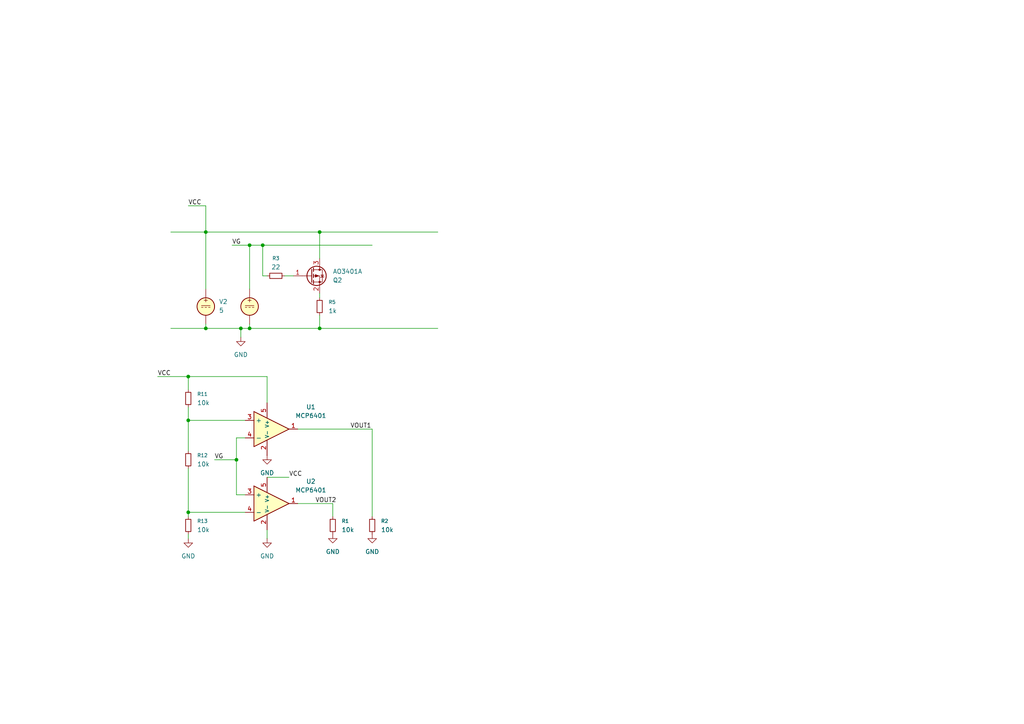
<source format=kicad_sch>
(kicad_sch (version 20250114) (generator "eeschema") (generator_version "9.0")
  (paper "A4")
  (lib_symbols
    (symbol "Device:R_Small" (pin_numbers (hide yes)) (pin_names (offset 0.254) (hide yes))
      (property "Reference" "R" (at 0 0 90))
      (property "Value" "R_Small" (at 1.778 0 90))
      (symbol "R_Small_0_1"
        (rectangle (start -0.762 1.778) (end 0.762 -1.778) (stroke (width 0.2032)))
      )
      (symbol "R_Small_1_1"
        (pin passive line (at 0 2.54 270) (length 0.762) (name "~") (number "1"))
        (pin passive line (at 0 -2.54 90) (length 0.762) (name "~") (number "2"))
      )
    )
    (symbol "Simulation_SPICE:VDC" (pin_numbers (hide yes)) (pin_names (offset 0.0254))
      (property "Reference" "V" (at 2.54 2.54 0))
      (property "Value" "1" (at 2.54 0 0))
      (symbol "VDC_0_0"
        (polyline (pts (xy -1.27 0.254) (xy 1.27 0.254)))
        (polyline (pts (xy -0.762 -0.254) (xy -1.27 -0.254)))
        (polyline (pts (xy 0.254 -0.254) (xy -0.254 -0.254)))
        (polyline (pts (xy 1.27 -0.254) (xy 0.762 -0.254)))
        (text "+" (at 0 1.905 0) (effects (font (size 1.27 1.27))))
      )
      (symbol "VDC_0_1"
        (circle (center 0 0) (radius 2.54) (stroke (width 0.254)) (fill (type background)))
      )
      (symbol "VDC_1_1"
        (pin passive line (at 0 5.08 270) (length 2.54) (name "~") (number "1"))
        (pin passive line (at 0 -5.08 90) (length 2.54) (name "~") (number "2"))
      )
    )
    (symbol "mixlib-analog-opamp:MCP6401"
      (property "Reference" "U" (at 2.54 6.35 0))
      (property "Value" "MCP6401" (at 6.35 3.556 0))
      (symbol "MCP6401_0_1"
        (polyline (pts (xy -3.81 5.08) (xy 6.35 0) (xy -3.81 -5.08) (xy -3.81 5.08)) (stroke (width 0.254)) (fill (type background)))
      )
      (symbol "MCP6401_1_1"
        (pin input line (at -6.35 2.54 0) (length 2.54) (name "+") (number "3"))
        (pin input line (at -6.35 -2.54 0) (length 2.54) (name "-") (number "4"))
        (pin power_in line (at 0 7.62 270) (length 4.445) (name "V+") (number "5"))
        (pin power_in line (at 0 -7.62 90) (length 4.445) (name "V-") (number "2"))
        (pin output line (at 8.89 0 180) (length 2.54) (name "~") (number "1"))
      )
    )
    (symbol "mixlib-discrete-mosfet:AO3401A" (pin_names (hide yes))
      (property "Reference" "Q" (at 5.08 1.905 0))
      (property "Value" "AO3401A" (at 5.08 0 0))
      (symbol "AO3401A_0_1"
        (polyline (pts (xy 0.254 1.905) (xy 0.254 -1.905)) (stroke (width 0.254)))
        (polyline (pts (xy 0.254 0) (xy -2.54 0)))
        (polyline (pts (xy 0.762 2.286) (xy 0.762 1.27)) (stroke (width 0.254)))
        (polyline (pts (xy 0.762 1.778) (xy 3.302 1.778) (xy 3.302 -1.778) (xy 0.762 -1.778)))
        (polyline (pts (xy 0.762 0.508) (xy 0.762 -0.508)) (stroke (width 0.254)))
        (polyline (pts (xy 0.762 -1.27) (xy 0.762 -2.286)) (stroke (width 0.254)))
        (circle (center 1.651 0) (radius 2.794) (stroke (width 0.254)))
        (polyline (pts (xy 2.286 0) (xy 1.27 0.381) (xy 1.27 -0.381) (xy 2.286 0)) (fill (type outline)))
        (polyline (pts (xy 2.54 2.54) (xy 2.54 1.778)))
        (circle (center 2.54 1.778) (radius 0.254) (fill (type outline)))
        (circle (center 2.54 -1.778) (radius 0.254) (fill (type outline)))
        (polyline (pts (xy 2.54 -2.54) (xy 2.54 0) (xy 0.762 0)))
        (polyline (pts (xy 2.794 -0.508) (xy 2.921 -0.381) (xy 3.683 -0.381) (xy 3.81 -0.254)))
        (polyline (pts (xy 3.302 -0.381) (xy 2.921 0.254) (xy 3.683 0.254) (xy 3.302 -0.381)))
      )
      (symbol "AO3401A_1_1"
        (pin input line (at -5.08 0 0) (length 2.54) (name "G") (number "1"))
        (pin passive line (at 2.54 5.08 270) (length 2.54) (name "D") (number "3"))
        (pin passive line (at 2.54 -5.08 90) (length 2.54) (name "S") (number "2"))
      )
    )
    (symbol "power:GND" (power) (pin_numbers (hide yes)) (pin_names (offset 0) (hide yes))
      (property "Value" "GND" (at 0 -3.81 0))
      (symbol "GND_0_1"
        (polyline (pts (xy 0 0) (xy 0 -1.27) (xy 1.27 -1.27) (xy 0 -2.54) (xy -1.27 -1.27) (xy 0 -1.27)))
      )
      (symbol "GND_1_1"
        (pin power_in line (at 0 0 270) (length 0) (name "~") (number "1"))
      )
    )
  )
  (junction (at 54.61 148.59))
  (junction (at 54.61 109.22))
  (junction (at 69.85 95.25))
  (junction (at 76.2 71.12))
  (junction (at 54.61 121.92))
  (junction (at 59.69 95.25))
  (junction (at 68.58 133.35))
  (junction (at 72.39 95.25))
  (junction (at 92.71 67.31))
  (junction (at 92.71 95.25))
  (junction (at 59.69 67.31))
  (junction (at 72.39 71.12))
  (wire (pts (xy 92.71 91.44) (xy 92.71 95.25)))
  (wire (pts (xy 69.85 95.25) (xy 69.85 97.79)))
  (wire (pts (xy 49.53 67.31) (xy 59.69 67.31)))
  (wire (pts (xy 68.58 127) (xy 71.12 127)))
  (wire (pts (xy 59.69 93.98) (xy 59.69 95.25)))
  (wire (pts (xy 59.69 83.82) (xy 59.69 67.31)))
  (wire (pts (xy 92.71 67.31) (xy 59.69 67.31)))
  (wire (pts (xy 54.61 109.22) (xy 54.61 113.03)))
  (wire (pts (xy 54.61 135.89) (xy 54.61 148.59)))
  (wire (pts (xy 68.58 133.35) (xy 68.58 127)))
  (wire (pts (xy 69.85 95.25) (xy 72.39 95.25)))
  (wire (pts (xy 77.47 138.43) (xy 83.82 138.43)))
  (wire (pts (xy 68.58 143.51) (xy 68.58 133.35)))
  (wire (pts (xy 54.61 121.92) (xy 71.12 121.92)))
  (wire (pts (xy 54.61 121.92) (xy 54.61 130.81)))
  (wire (pts (xy 96.52 146.05) (xy 86.36 146.05)))
  (wire (pts (xy 54.61 148.59) (xy 71.12 148.59)))
  (wire (pts (xy 54.61 109.22) (xy 77.47 109.22)))
  (wire (pts (xy 82.55 80.01) (xy 85.09 80.01)))
  (wire (pts (xy 59.69 67.31) (xy 59.69 59.69)))
  (wire (pts (xy 54.61 59.69) (xy 59.69 59.69)))
  (wire (pts (xy 127 67.31) (xy 92.71 67.31)))
  (wire (pts (xy 54.61 156.21) (xy 54.61 154.94)))
  (wire (pts (xy 72.39 95.25) (xy 92.71 95.25)))
  (wire (pts (xy 107.95 149.86) (xy 107.95 124.46)))
  (wire (pts (xy 67.31 71.12) (xy 72.39 71.12)))
  (wire (pts (xy 77.47 80.01) (xy 76.2 80.01)))
  (wire (pts (xy 71.12 143.51) (xy 68.58 143.51)))
  (wire (pts (xy 45.72 109.22) (xy 54.61 109.22)))
  (wire (pts (xy 92.71 95.25) (xy 127 95.25)))
  (wire (pts (xy 62.23 133.35) (xy 68.58 133.35)))
  (wire (pts (xy 49.53 95.25) (xy 59.69 95.25)))
  (wire (pts (xy 107.95 71.12) (xy 76.2 71.12)))
  (wire (pts (xy 72.39 71.12) (xy 76.2 71.12)))
  (wire (pts (xy 77.47 116.84) (xy 77.47 109.22)))
  (wire (pts (xy 54.61 149.86) (xy 54.61 148.59)))
  (wire (pts (xy 72.39 71.12) (xy 72.39 83.82)))
  (wire (pts (xy 76.2 80.01) (xy 76.2 71.12)))
  (wire (pts (xy 72.39 93.98) (xy 72.39 95.25)))
  (wire (pts (xy 92.71 85.09) (xy 92.71 86.36)))
  (wire (pts (xy 92.71 67.31) (xy 92.71 74.93)))
  (wire (pts (xy 77.47 156.21) (xy 77.47 153.67)))
  (wire (pts (xy 96.52 149.86) (xy 96.52 146.05)))
  (wire (pts (xy 59.69 95.25) (xy 69.85 95.25)))
  (wire (pts (xy 54.61 118.11) (xy 54.61 121.92)))
  (wire (pts (xy 107.95 124.46) (xy 86.36 124.46)))
  (label "VG" (at 67.31 71.12 0))
  (label "VCC" (at 83.82 138.43 0))
  (label "VOUT2" (at 91.44 146.05 0))
  (label "VOUT1" (at 101.6 124.46 0))
  (label "VCC" (at 45.72 109.22 0))
  (label "VG" (at 62.23 133.35 0))
  (label "VCC" (at 54.61 59.69 0))
  (symbol (lib_id "Simulation_SPICE:VDC") (at 72.39 88.9 0) (unit 1)
    (property "Reference" "V1" (effects (hide yes)))
    (property "Value" "30" (effects (hide yes)))
    (property "Datasheet" "https://ngspice.sourceforge.io/docs/ngspice-html-manual/manual.xhtml#sec_Independent_Sources_for" (effects (hide yes)))
    (property "Description" "Voltage source, DC" (effects (hide yes)))
    (property "Sim.Pins" "1=+ 2=-" (effects (hide yes)))
    (property "Sim.Type" "DC" (effects (hide yes)))
    (property "Sim.Device" "V" (effects (hide yes)))
  )
  (symbol (lib_id "Device:R_Small") (at 54.61 152.4 180) (unit 1)
    (property "Reference" "R13" (at 57.15 151.1299 0) (effects (font (size 1.016 1.016)) (justify right)))
    (property "Value" "10k" (at 57.15 153.6699 0) (effects (justify right)))
    (property "Description" "Resistor, small symbol" (effects (hide yes)))
    (property "Sim.Device" "R" (effects (hide yes)))
    (property "Sim.Pins" "1=+ 2=-" (effects (hide yes)))
  )
  (symbol (lib_id "power:GND") (at 54.61 156.21 0) (unit 1)
    (property "Reference" "#PWR02" (effects (hide yes)))
    (property "Value" "GND" (at 54.61 161.29 0))
    (property "Description" "Power symbol creates a global label with name \"GND\" , ground" (effects (hide yes)))
  )
  (symbol (lib_id "Device:R_Small") (at 54.61 133.35 180) (unit 1)
    (property "Reference" "R12" (at 57.15 132.0799 0) (effects (font (size 1.016 1.016)) (justify right)))
    (property "Value" "10k" (at 57.15 134.6199 0) (effects (justify right)))
    (property "Description" "Resistor, small symbol" (effects (hide yes)))
    (property "Sim.Device" "R" (effects (hide yes)))
    (property "Sim.Pins" "1=+ 2=-" (effects (hide yes)))
  )
  (symbol (lib_id "Device:R_Small") (at 80.01 80.01 90) (unit 1)
    (property "Reference" "R3" (at 80.01 74.93 90) (effects (font (size 1.016 1.016))))
    (property "Value" "22" (at 80.01 77.47 90))
    (property "Description" "Resistor, small symbol" (effects (hide yes)))
    (property "Sim.Device" "R" (effects (hide yes)))
    (property "Sim.Pins" "1=+ 2=-" (effects (hide yes)))
  )
  (symbol (lib_id "mixlib-discrete-mosfet:AO3401A") (at 90.17 80.01 0) (unit 1)
    (property "Reference" "Q2" (at 96.52 81.2801 0) (effects (justify left)))
    (property "Value" "AO3401A" (at 96.52 78.7401 0) (effects (justify left)))
    (property "Footprint" "Package_TO_SOT_SMD:SOT-23" (effects (hide yes)))
    (property "Datasheet" "http://www.aosmd.com/pdfs/datasheet/AO3401A.pdf" (effects (hide yes)))
    (property "Description" "-4.0A Id, -30V Vds, P-Channel MOSFET, SOT-23" (effects (hide yes)))
    (property "Sim.Library" "${MIXLIB_KICAD_SPICE_DIR}/mixlib-discrete-pmos/AO3401A.cir" (effects (hide yes)))
    (property "Sim.Name" "AO3401A" (effects (hide yes)))
    (property "Sim.Device" "SUBCKT" (effects (hide yes)))
    (property "Sim.Pins" "1=G 2=S 3=D" (effects (hide yes)))
  )
  (symbol (lib_id "Device:R_Small") (at 107.95 152.4 180) (unit 1)
    (property "Reference" "R2" (at 110.49 151.1299 0) (effects (font (size 1.016 1.016)) (justify right)))
    (property "Value" "10k" (at 110.49 153.6699 0) (effects (justify right)))
    (property "Description" "Resistor, small symbol" (effects (hide yes)))
    (property "Sim.Device" "R" (effects (hide yes)))
    (property "Sim.Pins" "1=+ 2=-" (effects (hide yes)))
  )
  (symbol (lib_id "Device:R_Small") (at 96.52 152.4 180) (unit 1)
    (property "Reference" "R1" (at 99.06 151.1299 0) (effects (font (size 1.016 1.016)) (justify right)))
    (property "Value" "10k" (at 99.06 153.6699 0) (effects (justify right)))
    (property "Description" "Resistor, small symbol" (effects (hide yes)))
    (property "Sim.Device" "R" (effects (hide yes)))
    (property "Sim.Pins" "1=+ 2=-" (effects (hide yes)))
  )
  (symbol (lib_id "power:GND") (at 77.47 156.21 0) (unit 1)
    (property "Reference" "#PWR04" (effects (hide yes)))
    (property "Value" "GND" (at 77.47 161.29 0))
    (property "Description" "Power symbol creates a global label with name \"GND\" , ground" (effects (hide yes)))
  )
  (symbol (lib_id "Device:R_Small") (at 92.71 88.9 180) (unit 1)
    (property "Reference" "R5" (at 95.25 87.6299 0) (effects (font (size 1.016 1.016)) (justify right)))
    (property "Value" "1k" (at 95.25 90.1699 0) (effects (justify right)))
    (property "Description" "Resistor, small symbol" (effects (hide yes)))
    (property "Sim.Device" "R" (effects (hide yes)))
    (property "Sim.Pins" "1=+ 2=-" (effects (hide yes)))
  )
  (symbol (lib_id "mixlib-analog-opamp:MCP6401") (at 77.47 124.46 0) (unit 1)
    (property "Reference" "U1" (at 90.17 118.0398 0))
    (property "Value" "MCP6401" (at 90.17 120.5798 0))
    (property "Footprint" "Package_TO_SOT_SMD:SOT-353_SC-70-5" (effects (hide yes)))
    (property "Datasheet" "https://ww1.microchip.com/downloads/aemDocuments/documents/MSLD/ProductDocuments/DataSheets/MCP6401-Data-Sheet-DS20002229.pdf" (effects (hide yes)))
    (property "Description" "1 MHz, 45 μA, 6V Single Op-Amp" (effects (hide yes)))
    (property "Sim.Library" "${MIXLIB_KICAD_SPICE_DIR}/mixlib-analog-opamp/MCP6401.cir" (effects (hide yes)))
    (property "Sim.Name" "MCP6401" (effects (hide yes)))
    (property "Sim.Device" "SUBCKT" (effects (hide yes)))
    (property "Sim.Pins" "1=VOUT 2=VSS 3=VIN+ 4=VIN- 5=VDD" (effects (hide yes)))
  )
  (symbol (lib_id "power:GND") (at 77.47 132.08 0) (unit 1)
    (property "Reference" "#PWR03" (effects (hide yes)))
    (property "Value" "GND" (at 77.47 137.16 0))
    (property "Description" "Power symbol creates a global label with name \"GND\" , ground" (effects (hide yes)))
  )
  (symbol (lib_id "power:GND") (at 96.52 154.94 0) (unit 1)
    (property "Reference" "#PWR05" (effects (hide yes)))
    (property "Value" "GND" (at 96.52 160.02 0))
    (property "Description" "Power symbol creates a global label with name \"GND\" , ground" (effects (hide yes)))
  )
  (symbol (lib_id "power:GND") (at 107.95 154.94 0) (unit 1)
    (property "Reference" "#PWR06" (effects (hide yes)))
    (property "Value" "GND" (at 107.95 160.02 0))
    (property "Description" "Power symbol creates a global label with name \"GND\" , ground" (effects (hide yes)))
  )
  (symbol (lib_id "mixlib-analog-opamp:MCP6401") (at 77.47 146.05 0) (unit 1)
    (property "Reference" "U2" (at 90.17 139.6298 0))
    (property "Value" "MCP6401" (at 90.17 142.1698 0))
    (property "Footprint" "Package_TO_SOT_SMD:SOT-353_SC-70-5" (effects (hide yes)))
    (property "Datasheet" "https://ww1.microchip.com/downloads/aemDocuments/documents/MSLD/ProductDocuments/DataSheets/MCP6401-Data-Sheet-DS20002229.pdf" (effects (hide yes)))
    (property "Description" "1 MHz, 45 μA, 6V Single Op-Amp" (effects (hide yes)))
    (property "Sim.Library" "${MIXLIB_KICAD_SPICE_DIR}/mixlib-analog-opamp/MCP6401.cir" (effects (hide yes)))
    (property "Sim.Name" "MCP6401" (effects (hide yes)))
    (property "Sim.Device" "SUBCKT" (effects (hide yes)))
    (property "Sim.Pins" "1=VOUT 2=VSS 3=VIN+ 4=VIN- 5=VDD" (effects (hide yes)))
  )
  (symbol (lib_id "Simulation_SPICE:VDC") (at 59.69 88.9 0) (unit 1)
    (property "Reference" "V2" (at 63.5 87.5001 0) (effects (justify left)))
    (property "Value" "5" (at 63.5 90.0401 0) (effects (justify left)))
    (property "Datasheet" "https://ngspice.sourceforge.io/docs/ngspice-html-manual/manual.xhtml#sec_Independent_Sources_for" (effects (hide yes)))
    (property "Description" "Voltage source, DC" (effects (hide yes)))
    (property "Sim.Pins" "1=+ 2=-" (effects (hide yes)))
    (property "Sim.Type" "DC" (effects (hide yes)))
    (property "Sim.Device" "V" (effects (hide yes)))
  )
  (symbol (lib_id "Device:R_Small") (at 54.61 115.57 180) (unit 1)
    (property "Reference" "R11" (at 57.15 114.2999 0) (effects (font (size 1.016 1.016)) (justify right)))
    (property "Value" "10k" (at 57.15 116.8399 0) (effects (justify right)))
    (property "Description" "Resistor, small symbol" (effects (hide yes)))
    (property "Sim.Device" "R" (effects (hide yes)))
    (property "Sim.Pins" "1=+ 2=-" (effects (hide yes)))
  )
  (symbol (lib_id "power:GND") (at 69.85 97.79 0) (unit 1)
    (property "Reference" "#PWR01" (effects (hide yes)))
    (property "Value" "GND" (at 69.85 102.87 0))
    (property "Description" "Power symbol creates a global label with name \"GND\" , ground" (effects (hide yes)))
  )
)
</source>
